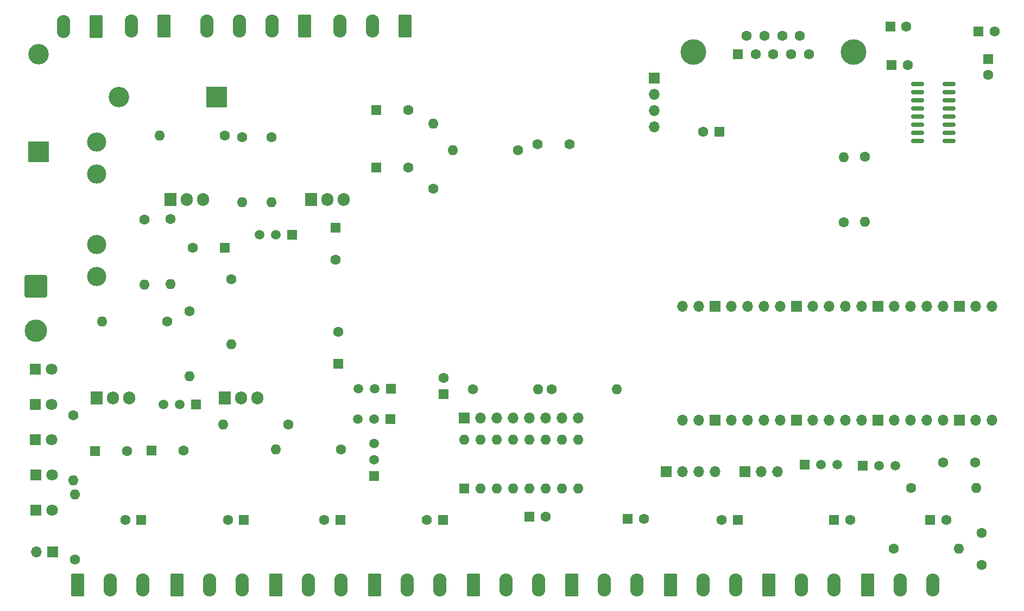
<source format=gbs>
%TF.GenerationSoftware,KiCad,Pcbnew,(6.0.7)*%
%TF.CreationDate,2023-01-05T15:45:52-03:00*%
%TF.ProjectId,EMAC2.0_PCB,454d4143-322e-4305-9f50-43422e6b6963,rev?*%
%TF.SameCoordinates,Original*%
%TF.FileFunction,Soldermask,Bot*%
%TF.FilePolarity,Negative*%
%FSLAX46Y46*%
G04 Gerber Fmt 4.6, Leading zero omitted, Abs format (unit mm)*
G04 Created by KiCad (PCBNEW (6.0.7)) date 2023-01-05 15:45:52*
%MOMM*%
%LPD*%
G01*
G04 APERTURE LIST*
G04 Aperture macros list*
%AMRoundRect*
0 Rectangle with rounded corners*
0 $1 Rounding radius*
0 $2 $3 $4 $5 $6 $7 $8 $9 X,Y pos of 4 corners*
0 Add a 4 corners polygon primitive as box body*
4,1,4,$2,$3,$4,$5,$6,$7,$8,$9,$2,$3,0*
0 Add four circle primitives for the rounded corners*
1,1,$1+$1,$2,$3*
1,1,$1+$1,$4,$5*
1,1,$1+$1,$6,$7*
1,1,$1+$1,$8,$9*
0 Add four rect primitives between the rounded corners*
20,1,$1+$1,$2,$3,$4,$5,0*
20,1,$1+$1,$4,$5,$6,$7,0*
20,1,$1+$1,$6,$7,$8,$9,0*
20,1,$1+$1,$8,$9,$2,$3,0*%
G04 Aperture macros list end*
%ADD10R,1.600000X1.600000*%
%ADD11C,1.600000*%
%ADD12C,4.000000*%
%ADD13O,1.600000X1.600000*%
%ADD14RoundRect,0.250002X-1.499998X1.499998X-1.499998X-1.499998X1.499998X-1.499998X1.499998X1.499998X0*%
%ADD15C,3.500000*%
%ADD16R,1.800000X1.800000*%
%ADD17C,1.800000*%
%ADD18R,3.200000X3.200000*%
%ADD19O,3.200000X3.200000*%
%ADD20RoundRect,0.249999X-0.790001X-1.550001X0.790001X-1.550001X0.790001X1.550001X-0.790001X1.550001X0*%
%ADD21O,2.080000X3.600000*%
%ADD22RoundRect,0.249999X0.790001X1.550001X-0.790001X1.550001X-0.790001X-1.550001X0.790001X-1.550001X0*%
%ADD23R,1.905000X2.000000*%
%ADD24O,1.905000X2.000000*%
%ADD25C,3.000000*%
%ADD26R,1.500000X1.500000*%
%ADD27C,1.500000*%
%ADD28R,1.700000X1.700000*%
%ADD29O,1.700000X1.700000*%
%ADD30RoundRect,0.150000X0.825000X0.150000X-0.825000X0.150000X-0.825000X-0.150000X0.825000X-0.150000X0*%
G04 APERTURE END LIST*
D10*
%TO.C,1uF1*%
X74000000Y-117000000D03*
D11*
X71500000Y-117000000D03*
%TD*%
D10*
%TO.C,1uF2*%
X90000000Y-117000000D03*
D11*
X87500000Y-117000000D03*
%TD*%
D10*
%TO.C,1uF3*%
X105000000Y-117000000D03*
D11*
X102500000Y-117000000D03*
%TD*%
D10*
%TO.C,1uF4*%
X121000000Y-117000000D03*
D11*
X118500000Y-117000000D03*
%TD*%
D10*
%TO.C,1uF5*%
X134500000Y-116500000D03*
D11*
X137000000Y-116500000D03*
%TD*%
D10*
%TO.C,1uF6*%
X149860000Y-116840000D03*
D11*
X152360000Y-116840000D03*
%TD*%
D10*
%TO.C,1uF7*%
X167000000Y-117000000D03*
D11*
X164500000Y-117000000D03*
%TD*%
D10*
%TO.C,1uF8*%
X182000000Y-117000000D03*
D11*
X184500000Y-117000000D03*
%TD*%
D10*
%TO.C,1uF9*%
X197000000Y-117000000D03*
D11*
X199500000Y-117000000D03*
%TD*%
D10*
%TO.C,470uF1*%
X104672651Y-92640000D03*
D11*
X104672651Y-87640000D03*
%TD*%
D10*
%TO.C,470uF2*%
X66746000Y-106250000D03*
D11*
X71746000Y-106250000D03*
%TD*%
D10*
%TO.C,470uF4*%
X75560000Y-106210000D03*
D11*
X80560000Y-106210000D03*
%TD*%
D10*
%TO.C,470uF3*%
X87000000Y-74500000D03*
D11*
X82000000Y-74500000D03*
%TD*%
D12*
%TO.C,DB9_Female1*%
X160040000Y-43950000D03*
X185040000Y-43950000D03*
D10*
X167000000Y-44250000D03*
D11*
X169770000Y-44250000D03*
X172540000Y-44250000D03*
X175310000Y-44250000D03*
X178080000Y-44250000D03*
X168385000Y-41410000D03*
X171155000Y-41410000D03*
X173925000Y-41410000D03*
X176695000Y-41410000D03*
%TD*%
%TO.C,10k-Ohm4*%
X96880000Y-102100000D03*
D13*
X86720000Y-102100000D03*
%TD*%
D11*
%TO.C,10k-Ohm5*%
X89746000Y-57250000D03*
D13*
X89746000Y-67410000D03*
%TD*%
D11*
%TO.C,10k-Ohm6*%
X94246000Y-57250000D03*
D13*
X94246000Y-67410000D03*
%TD*%
D14*
%TO.C,SW1*%
X57500000Y-80500000D03*
D15*
X57500000Y-87500000D03*
%TD*%
D11*
%TO.C,330-Ohm1*%
X78000000Y-86000000D03*
D13*
X67840000Y-86000000D03*
%TD*%
D16*
%TO.C,D2*%
X57460000Y-104500000D03*
D17*
X60000000Y-104500000D03*
%TD*%
D16*
%TO.C,D3*%
X57500000Y-115500000D03*
D17*
X60040000Y-115500000D03*
%TD*%
D16*
%TO.C,D4*%
X57460000Y-99000000D03*
D17*
X60000000Y-99000000D03*
%TD*%
D11*
%TO.C,10k-Ohm8*%
X63340000Y-100650000D03*
D13*
X63340000Y-110810000D03*
%TD*%
D11*
%TO.C,10k-Ohm1*%
X63590000Y-123180000D03*
D13*
X63590000Y-113020000D03*
%TD*%
D11*
%TO.C,10k-Ohm3*%
X81500000Y-84420000D03*
D13*
X81500000Y-94580000D03*
%TD*%
D18*
%TO.C,1N5402-2*%
X85746000Y-51000000D03*
D19*
X70506000Y-51000000D03*
%TD*%
D20*
%TO.C,CH0-A1*%
X64085800Y-127148100D03*
D21*
X69165800Y-127148100D03*
X74245800Y-127148100D03*
%TD*%
D20*
%TO.C,CH1-A1*%
X79518000Y-127148100D03*
D21*
X84598000Y-127148100D03*
X89678000Y-127148100D03*
%TD*%
D20*
%TO.C,CH2-A1*%
X94920000Y-127148100D03*
D21*
X100000000Y-127148100D03*
X105080000Y-127148100D03*
%TD*%
D20*
%TO.C,CH3-A1*%
X110379000Y-127159000D03*
D21*
X115459000Y-127159000D03*
X120539000Y-127159000D03*
%TD*%
D20*
%TO.C,CH4-A1*%
X125746000Y-127159000D03*
D21*
X130826000Y-127159000D03*
X135906000Y-127159000D03*
%TD*%
D20*
%TO.C,CH5-A1*%
X141113000Y-127146000D03*
D21*
X146193000Y-127146000D03*
X151273000Y-127146000D03*
%TD*%
D20*
%TO.C,CH6-A1*%
X156480000Y-127159000D03*
D21*
X161560000Y-127159000D03*
X166640000Y-127159000D03*
%TD*%
D20*
%TO.C,CH7-H1*%
X171847000Y-127159000D03*
D21*
X176927000Y-127159000D03*
X182007000Y-127159000D03*
%TD*%
D20*
%TO.C,CH8-D1*%
X187214000Y-127159000D03*
D21*
X192294000Y-127159000D03*
X197374000Y-127159000D03*
%TD*%
D22*
%TO.C,PWM1*%
X115080000Y-39875200D03*
D21*
X110000000Y-39875200D03*
X104920000Y-39875200D03*
%TD*%
D23*
%TO.C,LM7805*%
X67000000Y-98000000D03*
D24*
X69540000Y-98000000D03*
X72080000Y-98000000D03*
%TD*%
D23*
%TO.C,IRF9540N1*%
X87000000Y-98000000D03*
D24*
X89540000Y-98000000D03*
X92080000Y-98000000D03*
%TD*%
D23*
%TO.C,IRF9540N2*%
X100460000Y-67000000D03*
D24*
X103000000Y-67000000D03*
X105540000Y-67000000D03*
%TD*%
D22*
%TO.C,BATTERY1*%
X77507500Y-39902500D03*
D21*
X72427500Y-39902500D03*
%TD*%
D22*
%TO.C,UART1*%
X99470000Y-39890000D03*
D21*
X94390000Y-39890000D03*
X89310000Y-39890000D03*
X84230000Y-39890000D03*
%TD*%
D25*
%TO.C,Fuse1*%
X67000000Y-74000000D03*
X67000000Y-79000000D03*
X67000000Y-63000000D03*
X67000000Y-58000000D03*
%TD*%
D10*
%TO.C,1uF10*%
X190794888Y-40000000D03*
D11*
X193294888Y-40000000D03*
%TD*%
D10*
%TO.C,1uF13*%
X204544888Y-40750000D03*
D11*
X207044888Y-40750000D03*
%TD*%
D10*
%TO.C,1uF11*%
X206000000Y-45000000D03*
D11*
X206000000Y-47500000D03*
%TD*%
D10*
%TO.C,1uF12*%
X191000000Y-46000000D03*
D11*
X193500000Y-46000000D03*
%TD*%
D10*
%TO.C,1uF14*%
X164105113Y-56400000D03*
D11*
X161605113Y-56400000D03*
%TD*%
D26*
%TO.C,BC547*%
X97500000Y-72500000D03*
D27*
X94960000Y-72500000D03*
X92420000Y-72500000D03*
%TD*%
D28*
%TO.C,GPS1*%
X154000000Y-48000000D03*
D29*
X154000000Y-50540000D03*
X154000000Y-53080000D03*
X154000000Y-55620000D03*
%TD*%
D26*
%TO.C,BC547-2*%
X82500000Y-99000000D03*
D27*
X79960000Y-99000000D03*
X77420000Y-99000000D03*
%TD*%
D23*
%TO.C,LM317*%
X78500000Y-67000000D03*
D24*
X81040000Y-67000000D03*
X83580000Y-67000000D03*
%TD*%
D26*
%TO.C,L78L05-2*%
X112900000Y-96500000D03*
D27*
X110360000Y-96500000D03*
X107820000Y-96500000D03*
%TD*%
D18*
%TO.C,1N5402*%
X58000000Y-59500000D03*
D19*
X58000000Y-44260000D03*
%TD*%
D10*
%TO.C,C29*%
X110597349Y-53000000D03*
D11*
X115597349Y-53000000D03*
%TD*%
D10*
%TO.C,0.1u1*%
X121140000Y-97325113D03*
D11*
X121140000Y-94825113D03*
%TD*%
%TO.C,10k-Ohm2*%
X138000000Y-96630000D03*
D13*
X148160000Y-96630000D03*
%TD*%
D26*
%TO.C,2N3906*%
X177460000Y-108360000D03*
D27*
X180000000Y-108360000D03*
X182540000Y-108360000D03*
%TD*%
D28*
%TO.C,TTL-Modem1*%
X155850000Y-109460000D03*
D29*
X158390000Y-109460000D03*
X160930000Y-109460000D03*
X163470000Y-109460000D03*
%TD*%
D26*
%TO.C,L78L5*%
X112840000Y-101240000D03*
D27*
X110300000Y-101240000D03*
X107760000Y-101240000D03*
%TD*%
D26*
%TO.C,2N3906-2*%
X186460000Y-108500000D03*
D27*
X189000000Y-108500000D03*
X191540000Y-108500000D03*
%TD*%
D22*
%TO.C,SOLAR_PANEL1*%
X66947500Y-39922500D03*
D21*
X61867500Y-39922500D03*
%TD*%
D11*
%TO.C,15k-Ohm1*%
X87000000Y-57000000D03*
D13*
X76840000Y-57000000D03*
%TD*%
D11*
%TO.C,10k-Ohm7*%
X105100000Y-106000000D03*
D13*
X94940000Y-106000000D03*
%TD*%
D11*
%TO.C,2.2k-Ohm1*%
X186850000Y-60320000D03*
D13*
X186850000Y-70480000D03*
%TD*%
D11*
%TO.C,100k-Ohm1*%
X125710000Y-96630000D03*
D13*
X135870000Y-96630000D03*
%TD*%
D11*
%TO.C,22k-Ohm2*%
X194000000Y-112000000D03*
D13*
X204160000Y-112000000D03*
%TD*%
D16*
%TO.C,D6*%
X57500000Y-110000000D03*
D17*
X60040000Y-110000000D03*
%TD*%
D11*
%TO.C,1k-Ohm1*%
X88000000Y-79420000D03*
D13*
X88000000Y-89580000D03*
%TD*%
D11*
%TO.C,3.3k-Ohm1*%
X183550000Y-70500000D03*
D13*
X183550000Y-60340000D03*
%TD*%
D28*
%TO.C,JSPI2*%
X124325000Y-101050000D03*
D29*
X126865000Y-101050000D03*
X129405000Y-101050000D03*
X131945000Y-101050000D03*
X134485000Y-101050000D03*
X137025000Y-101050000D03*
X139565000Y-101050000D03*
X142105000Y-101050000D03*
%TD*%
D28*
%TO.C,JCapa2*%
X60130000Y-122000000D03*
D29*
X57590000Y-122000000D03*
%TD*%
D26*
%TO.C,LM336Z5*%
X110270000Y-110130000D03*
D27*
X110270000Y-107590000D03*
X110270000Y-105050000D03*
%TD*%
D11*
%TO.C,200-Ohm1*%
X78500000Y-70000000D03*
D13*
X78500000Y-80160000D03*
%TD*%
D11*
%TO.C,470-Ohm1*%
X74500000Y-70080000D03*
D13*
X74500000Y-80240000D03*
%TD*%
D11*
%TO.C,56-Ohm1*%
X119500000Y-65250000D03*
D13*
X119500000Y-55090000D03*
%TD*%
D28*
%TO.C,CH7A-Jumper-CHD1*%
X168110000Y-109490000D03*
D29*
X170650000Y-109490000D03*
X173190000Y-109490000D03*
%TD*%
D11*
%TO.C,220nF3*%
X140800000Y-58300000D03*
X135800000Y-58300000D03*
%TD*%
D10*
%TO.C,C27*%
X104250000Y-71380000D03*
D11*
X104250000Y-76380000D03*
%TD*%
%TO.C,220nF1*%
X205000000Y-124000000D03*
X205000000Y-119000000D03*
%TD*%
%TO.C,220nF2*%
X199000000Y-108000000D03*
X204000000Y-108000000D03*
%TD*%
D29*
%TO.C,Raspberry_Pi_Pico1*%
X206630000Y-83610000D03*
X204090000Y-83610000D03*
D28*
X201550000Y-83610000D03*
D29*
X199010000Y-83610000D03*
X196470000Y-83610000D03*
X193930000Y-83610000D03*
X191390000Y-83610000D03*
D28*
X188850000Y-83610000D03*
D29*
X186310000Y-83610000D03*
X183770000Y-83610000D03*
X181230000Y-83610000D03*
X178690000Y-83610000D03*
D28*
X176150000Y-83610000D03*
D29*
X173610000Y-83610000D03*
X171070000Y-83610000D03*
X168530000Y-83610000D03*
X165990000Y-83610000D03*
D28*
X163450000Y-83610000D03*
D29*
X160910000Y-83610000D03*
X158370000Y-83610000D03*
X158370000Y-101390000D03*
X160910000Y-101390000D03*
D28*
X163450000Y-101390000D03*
D29*
X165990000Y-101390000D03*
X168530000Y-101390000D03*
X171070000Y-101390000D03*
X173610000Y-101390000D03*
D28*
X176150000Y-101390000D03*
D29*
X178690000Y-101390000D03*
X181230000Y-101390000D03*
X183770000Y-101390000D03*
X186310000Y-101390000D03*
D28*
X188850000Y-101390000D03*
D29*
X191390000Y-101390000D03*
X193930000Y-101390000D03*
X196470000Y-101390000D03*
X199010000Y-101390000D03*
D28*
X201550000Y-101390000D03*
D29*
X204090000Y-101390000D03*
X206630000Y-101390000D03*
%TD*%
D10*
%TO.C,MCP3208*%
X124340000Y-112110000D03*
D13*
X126880000Y-112110000D03*
X129420000Y-112110000D03*
X131960000Y-112110000D03*
X134500000Y-112110000D03*
X137040000Y-112110000D03*
X139580000Y-112110000D03*
X142120000Y-112110000D03*
X142120000Y-104490000D03*
X139580000Y-104490000D03*
X137040000Y-104490000D03*
X134500000Y-104490000D03*
X131960000Y-104490000D03*
X129420000Y-104490000D03*
X126880000Y-104490000D03*
X124340000Y-104490000D03*
%TD*%
D16*
%TO.C,D7*%
X57460000Y-93500000D03*
D17*
X60000000Y-93500000D03*
%TD*%
D10*
%TO.C,C28*%
X110597349Y-62000000D03*
D11*
X115597349Y-62000000D03*
%TD*%
%TO.C,22k-Ohm1*%
X191340000Y-121500000D03*
D13*
X201500000Y-121500000D03*
%TD*%
D11*
%TO.C,100-Ohm1*%
X132700000Y-59300000D03*
D13*
X122540000Y-59300000D03*
%TD*%
D30*
%TO.C,U2*%
X199950000Y-48960000D03*
X199950000Y-50230000D03*
X199950000Y-51500000D03*
X199950000Y-52770000D03*
X199950000Y-54040000D03*
X199950000Y-55310000D03*
X199950000Y-56580000D03*
X199950000Y-57850000D03*
X195000000Y-57850000D03*
X195000000Y-56580000D03*
X195000000Y-55310000D03*
X195000000Y-54040000D03*
X195000000Y-52770000D03*
X195000000Y-51500000D03*
X195000000Y-50230000D03*
X195000000Y-48960000D03*
%TD*%
M02*

</source>
